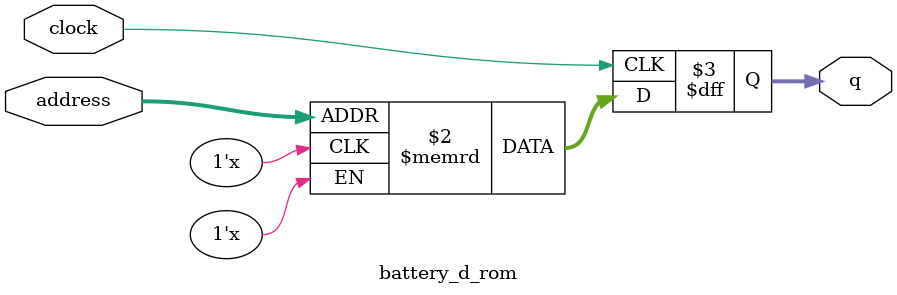
<source format=sv>
module battery_d_rom (
	input logic clock,
	input logic [10:0] address,
	output logic [3:0] q
);

logic [3:0] memory [0:1363] /* synthesis ram_init_file = "./battery_d/battery_d.mif" */;

always_ff @ (posedge clock) begin
	q <= memory[address];
end

endmodule

</source>
